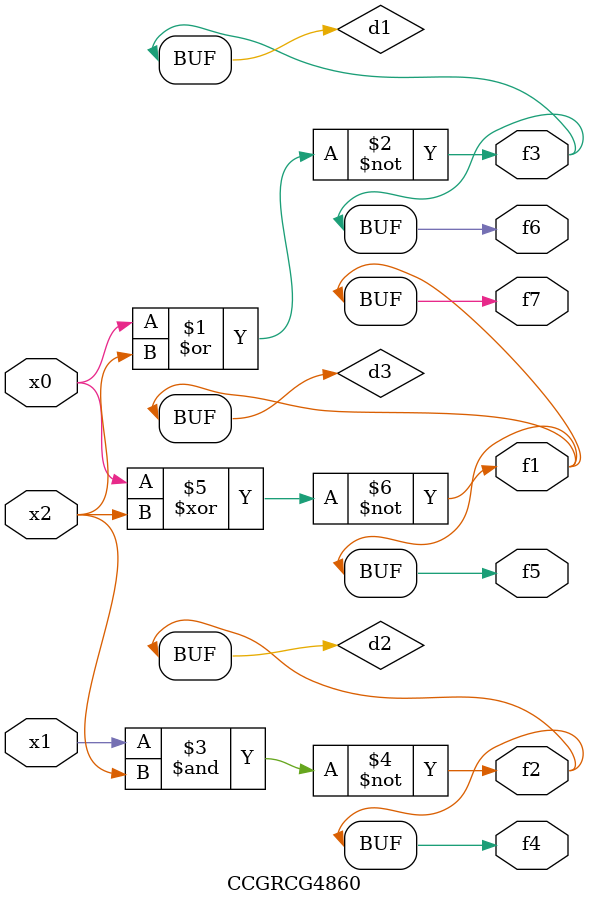
<source format=v>
module CCGRCG4860(
	input x0, x1, x2,
	output f1, f2, f3, f4, f5, f6, f7
);

	wire d1, d2, d3;

	nor (d1, x0, x2);
	nand (d2, x1, x2);
	xnor (d3, x0, x2);
	assign f1 = d3;
	assign f2 = d2;
	assign f3 = d1;
	assign f4 = d2;
	assign f5 = d3;
	assign f6 = d1;
	assign f7 = d3;
endmodule

</source>
